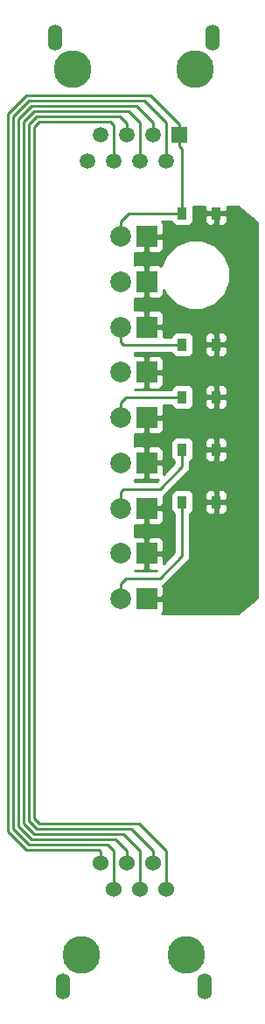
<source format=gtl>
G04 #@! TF.FileFunction,Copper,L1,Top,Signal*
%FSLAX46Y46*%
G04 Gerber Fmt 4.6, Leading zero omitted, Abs format (unit mm)*
G04 Created by KiCad (PCBNEW 4.0.2+dfsg1-stable) date Sun 11 Mar 2018 02:31:19 PM MDT*
%MOMM*%
G01*
G04 APERTURE LIST*
%ADD10C,0.100000*%
%ADD11O,1.397000X2.540000*%
%ADD12C,3.649980*%
%ADD13R,1.501140X1.501140*%
%ADD14C,1.501140*%
%ADD15R,0.910000X1.220000*%
%ADD16C,1.524000*%
%ADD17R,2.000000X2.000000*%
%ADD18C,2.000000*%
%ADD19C,0.250000*%
%ADD20C,0.254000*%
G04 APERTURE END LIST*
D10*
D11*
X121920000Y-52832000D03*
D12*
X108361480Y-55880000D03*
X120230900Y-55880000D03*
D13*
X118745000Y-62230000D03*
D14*
X117475000Y-64770000D03*
X116205000Y-62230000D03*
X114935000Y-64770000D03*
X113665000Y-62230000D03*
X112395000Y-64770000D03*
X111125000Y-62230000D03*
X109855000Y-64770000D03*
D11*
X106680000Y-52832000D03*
D15*
X119015000Y-69850000D03*
X122285000Y-69850000D03*
X119015000Y-82550000D03*
X122285000Y-82550000D03*
X119015000Y-87630000D03*
X122285000Y-87630000D03*
X119015000Y-92710000D03*
X122285000Y-92710000D03*
X119015000Y-97790000D03*
X122285000Y-97790000D03*
D16*
X114919000Y-135255000D03*
X112379000Y-135255000D03*
X117459000Y-135255000D03*
X111109000Y-132715000D03*
X113649000Y-132715000D03*
X116189000Y-132715000D03*
D11*
X121158000Y-144653000D03*
X107442000Y-144653000D03*
D12*
X119380000Y-141605000D03*
X109220000Y-141605000D03*
D17*
X115570000Y-72085200D03*
D18*
X113030000Y-72085200D03*
D17*
X115570000Y-76466700D03*
D18*
X113030000Y-76466700D03*
D17*
X115570000Y-80848200D03*
D18*
X113030000Y-80848200D03*
D17*
X115570000Y-85229700D03*
D18*
X113030000Y-85229700D03*
D17*
X115570000Y-89611200D03*
D18*
X113030000Y-89611200D03*
D17*
X115570000Y-93992700D03*
D18*
X113030000Y-93992700D03*
D17*
X115570000Y-98374200D03*
D18*
X113030000Y-98374200D03*
D17*
X115570000Y-102755700D03*
D18*
X113030000Y-102755700D03*
D17*
X115570000Y-107137200D03*
D18*
X113030000Y-107137200D03*
D19*
X102108000Y-60198000D02*
X102108000Y-129667000D01*
X119015000Y-63643000D02*
X118745000Y-63373000D01*
X118745000Y-63373000D02*
X118745000Y-62230000D01*
X119015000Y-69850000D02*
X119015000Y-63643000D01*
X118745000Y-62230000D02*
X118745000Y-61229430D01*
X118745000Y-61229430D02*
X115935570Y-58420000D01*
X115935570Y-58420000D02*
X103886000Y-58420000D01*
X103886000Y-58420000D02*
X102108000Y-60198000D01*
X102108000Y-129667000D02*
X103886000Y-131445000D01*
X103886000Y-131445000D02*
X110916630Y-131445000D01*
X110916630Y-131445000D02*
X111109000Y-131637370D01*
X111109000Y-131637370D02*
X111109000Y-132715000D01*
X118745000Y-69580000D02*
X119015000Y-69850000D01*
X113792000Y-69850000D02*
X113030000Y-70612000D01*
X113030000Y-70612000D02*
X113030000Y-72085200D01*
X119015000Y-69850000D02*
X113792000Y-69850000D01*
X124460000Y-70866000D02*
X123444000Y-69850000D01*
X123444000Y-69850000D02*
X122285000Y-69850000D01*
X124460000Y-81080000D02*
X124460000Y-70866000D01*
X122285000Y-82550000D02*
X122990000Y-82550000D01*
X122990000Y-82550000D02*
X124460000Y-81080000D01*
X122285000Y-92710000D02*
X122285000Y-89662000D01*
X122285000Y-89662000D02*
X122285000Y-87630000D01*
X115570000Y-89611200D02*
X116820000Y-89611200D01*
X116820000Y-89611200D02*
X116870800Y-89662000D01*
X116870800Y-89662000D02*
X122285000Y-89662000D01*
X122285000Y-96930000D02*
X122285000Y-94488000D01*
X122285000Y-94488000D02*
X122285000Y-92710000D01*
X119888000Y-94488000D02*
X122285000Y-94488000D01*
X122285000Y-87630000D02*
X122285000Y-82550000D01*
X122285000Y-97790000D02*
X122285000Y-96930000D01*
X117348000Y-105664000D02*
X117348000Y-106609200D01*
X117348000Y-106609200D02*
X116820000Y-107137200D01*
X116820000Y-107137200D02*
X115570000Y-107137200D01*
X122285000Y-100727000D02*
X117348000Y-105664000D01*
X122285000Y-97790000D02*
X122285000Y-100727000D01*
X122285000Y-93869000D02*
X122285000Y-92710000D01*
X117348000Y-97028000D02*
X119888000Y-94488000D01*
X117348000Y-97846200D02*
X117348000Y-97028000D01*
X115570000Y-98374200D02*
X116820000Y-98374200D01*
X116820000Y-98374200D02*
X117348000Y-97846200D01*
X120954800Y-72085200D02*
X122285000Y-70755000D01*
X122285000Y-70755000D02*
X122285000Y-69850000D01*
X115570000Y-72085200D02*
X120954800Y-72085200D01*
X122285000Y-88535000D02*
X122285000Y-87630000D01*
X121488200Y-80848200D02*
X122285000Y-81645000D01*
X122285000Y-81645000D02*
X122285000Y-82550000D01*
X115570000Y-80848200D02*
X121488200Y-80848200D01*
X112014000Y-131191000D02*
X111760000Y-130937000D01*
X111760000Y-130937000D02*
X104140000Y-130937000D01*
X104140000Y-130937000D02*
X102616000Y-129413000D01*
X115316000Y-58928000D02*
X117475000Y-61087000D01*
X102616000Y-129413000D02*
X102616000Y-60452000D01*
X102616000Y-60452000D02*
X104140000Y-58928000D01*
X104140000Y-58928000D02*
X115316000Y-58928000D01*
X117475000Y-61087000D02*
X117475000Y-64770000D01*
X112379000Y-131556000D02*
X112014000Y-131191000D01*
X112014000Y-131191000D02*
X111817990Y-130994990D01*
X112379000Y-135255000D02*
X112379000Y-131556000D01*
X103124000Y-60706000D02*
X103124000Y-129159000D01*
X116205000Y-62230000D02*
X116205000Y-61087000D01*
X116205000Y-61087000D02*
X114554000Y-59436000D01*
X114554000Y-59436000D02*
X104394000Y-59436000D01*
X113649000Y-131556000D02*
X113649000Y-132715000D01*
X104394000Y-59436000D02*
X103124000Y-60706000D01*
X103124000Y-129159000D02*
X104394000Y-130429000D01*
X104394000Y-130429000D02*
X112522000Y-130429000D01*
X112522000Y-130429000D02*
X113649000Y-131556000D01*
X113284000Y-82550000D02*
X113030000Y-82296000D01*
X113030000Y-82296000D02*
X113030000Y-80848200D01*
X119015000Y-82550000D02*
X113284000Y-82550000D01*
X113538000Y-130175000D02*
X113284000Y-129921000D01*
X113284000Y-129921000D02*
X104648000Y-129921000D01*
X104648000Y-129921000D02*
X103632000Y-128905000D01*
X103632000Y-128905000D02*
X103632000Y-60960000D01*
X113792000Y-59944000D02*
X114935000Y-61087000D01*
X114935000Y-61087000D02*
X114935000Y-64770000D01*
X103632000Y-60960000D02*
X104648000Y-59944000D01*
X104648000Y-59944000D02*
X113792000Y-59944000D01*
X114919000Y-131556000D02*
X113538000Y-130175000D01*
X113538000Y-130175000D02*
X113341990Y-129978990D01*
X114919000Y-135255000D02*
X114919000Y-131556000D01*
X113665000Y-62230000D02*
X113665000Y-61168534D01*
X113665000Y-61168534D02*
X112948466Y-60452000D01*
X112948466Y-60452000D02*
X104902000Y-60452000D01*
X104902000Y-60452000D02*
X104140000Y-61214000D01*
X104140000Y-61214000D02*
X104140000Y-128651000D01*
X116189000Y-131556000D02*
X116189000Y-132715000D01*
X104140000Y-128651000D02*
X104902000Y-129413000D01*
X104902000Y-129413000D02*
X114046000Y-129413000D01*
X114046000Y-129413000D02*
X116189000Y-131556000D01*
X113538000Y-87630000D02*
X113030000Y-88138000D01*
X113030000Y-88138000D02*
X113030000Y-89611200D01*
X119015000Y-87630000D02*
X113538000Y-87630000D01*
X104648000Y-128397000D02*
X104648000Y-61468000D01*
X112395000Y-64770000D02*
X112395000Y-61341000D01*
X112395000Y-61341000D02*
X112014000Y-60960000D01*
X104648000Y-128397000D02*
X105156000Y-128905000D01*
X112014000Y-60960000D02*
X105156000Y-60960000D01*
X105156000Y-60960000D02*
X104648000Y-61468000D01*
X117459000Y-131556000D02*
X117459000Y-135255000D01*
X105156000Y-128905000D02*
X114808000Y-128905000D01*
X114808000Y-128905000D02*
X117459000Y-131556000D01*
X113284000Y-96520000D02*
X113030000Y-96774000D01*
X113030000Y-96774000D02*
X113030000Y-98374200D01*
X116840000Y-96520000D02*
X113284000Y-96520000D01*
X119015000Y-94345000D02*
X116840000Y-96520000D01*
X119015000Y-92710000D02*
X119015000Y-94345000D01*
X113538000Y-105156000D02*
X113030000Y-105664000D01*
X113030000Y-105664000D02*
X113030000Y-107137200D01*
X116840000Y-105156000D02*
X113538000Y-105156000D01*
X119015000Y-102981000D02*
X116840000Y-105156000D01*
X119015000Y-97790000D02*
X119015000Y-102981000D01*
D20*
G36*
X121195000Y-69564250D02*
X121353750Y-69723000D01*
X122158000Y-69723000D01*
X122158000Y-69703000D01*
X122412000Y-69703000D01*
X122412000Y-69723000D01*
X123216250Y-69723000D01*
X123375000Y-69564250D01*
X123375000Y-69215000D01*
X124415451Y-69215000D01*
X126290000Y-70714639D01*
X126290000Y-107085361D01*
X124415452Y-108585000D01*
X117020225Y-108585000D01*
X117108327Y-108496898D01*
X117205000Y-108263509D01*
X117205000Y-107422950D01*
X117046250Y-107264200D01*
X115697000Y-107264200D01*
X115697000Y-107284200D01*
X115443000Y-107284200D01*
X115443000Y-107264200D01*
X115423000Y-107264200D01*
X115423000Y-107010200D01*
X115443000Y-107010200D01*
X115443000Y-106990200D01*
X115697000Y-106990200D01*
X115697000Y-107010200D01*
X117046250Y-107010200D01*
X117205000Y-106851450D01*
X117205000Y-106010891D01*
X117139370Y-105852447D01*
X117377401Y-105693401D01*
X119552401Y-103518402D01*
X119717147Y-103271840D01*
X119717148Y-103271839D01*
X119775000Y-102981000D01*
X119775000Y-98958322D01*
X119921441Y-98864090D01*
X120066431Y-98651890D01*
X120117440Y-98400000D01*
X120117440Y-98075750D01*
X121195000Y-98075750D01*
X121195000Y-98526310D01*
X121291673Y-98759699D01*
X121470302Y-98938327D01*
X121703691Y-99035000D01*
X121999250Y-99035000D01*
X122158000Y-98876250D01*
X122158000Y-97917000D01*
X122412000Y-97917000D01*
X122412000Y-98876250D01*
X122570750Y-99035000D01*
X122866309Y-99035000D01*
X123099698Y-98938327D01*
X123278327Y-98759699D01*
X123375000Y-98526310D01*
X123375000Y-98075750D01*
X123216250Y-97917000D01*
X122412000Y-97917000D01*
X122158000Y-97917000D01*
X121353750Y-97917000D01*
X121195000Y-98075750D01*
X120117440Y-98075750D01*
X120117440Y-97180000D01*
X120093674Y-97053690D01*
X121195000Y-97053690D01*
X121195000Y-97504250D01*
X121353750Y-97663000D01*
X122158000Y-97663000D01*
X122158000Y-96703750D01*
X122412000Y-96703750D01*
X122412000Y-97663000D01*
X123216250Y-97663000D01*
X123375000Y-97504250D01*
X123375000Y-97053690D01*
X123278327Y-96820301D01*
X123099698Y-96641673D01*
X122866309Y-96545000D01*
X122570750Y-96545000D01*
X122412000Y-96703750D01*
X122158000Y-96703750D01*
X121999250Y-96545000D01*
X121703691Y-96545000D01*
X121470302Y-96641673D01*
X121291673Y-96820301D01*
X121195000Y-97053690D01*
X120093674Y-97053690D01*
X120073162Y-96944683D01*
X119934090Y-96728559D01*
X119721890Y-96583569D01*
X119470000Y-96532560D01*
X118560000Y-96532560D01*
X118324683Y-96576838D01*
X118108559Y-96715910D01*
X117963569Y-96928110D01*
X117912560Y-97180000D01*
X117912560Y-98400000D01*
X117956838Y-98635317D01*
X118095910Y-98851441D01*
X118255000Y-98960143D01*
X118255000Y-102666197D01*
X117205000Y-103716198D01*
X117205000Y-103041450D01*
X117046250Y-102882700D01*
X115697000Y-102882700D01*
X115697000Y-104231950D01*
X115855750Y-104390700D01*
X116530498Y-104390700D01*
X116525198Y-104396000D01*
X114427000Y-104396000D01*
X114427000Y-104383787D01*
X114443690Y-104390700D01*
X115284250Y-104390700D01*
X115443000Y-104231950D01*
X115443000Y-102882700D01*
X115423000Y-102882700D01*
X115423000Y-102628700D01*
X115443000Y-102628700D01*
X115443000Y-101279450D01*
X115697000Y-101279450D01*
X115697000Y-102628700D01*
X117046250Y-102628700D01*
X117205000Y-102469950D01*
X117205000Y-101629391D01*
X117108327Y-101396002D01*
X116929699Y-101217373D01*
X116696310Y-101120700D01*
X115855750Y-101120700D01*
X115697000Y-101279450D01*
X115443000Y-101279450D01*
X115284250Y-101120700D01*
X114443690Y-101120700D01*
X114427000Y-101127613D01*
X114427000Y-100002287D01*
X114443690Y-100009200D01*
X115284250Y-100009200D01*
X115443000Y-99850450D01*
X115443000Y-98501200D01*
X115697000Y-98501200D01*
X115697000Y-99850450D01*
X115855750Y-100009200D01*
X116696310Y-100009200D01*
X116929699Y-99912527D01*
X117108327Y-99733898D01*
X117205000Y-99500509D01*
X117205000Y-98659950D01*
X117046250Y-98501200D01*
X115697000Y-98501200D01*
X115443000Y-98501200D01*
X115423000Y-98501200D01*
X115423000Y-98247200D01*
X115443000Y-98247200D01*
X115443000Y-98227200D01*
X115697000Y-98227200D01*
X115697000Y-98247200D01*
X117046250Y-98247200D01*
X117205000Y-98088450D01*
X117205000Y-97247891D01*
X117180572Y-97188917D01*
X117377401Y-97057401D01*
X119552401Y-94882402D01*
X119717147Y-94635840D01*
X119717148Y-94635839D01*
X119775000Y-94345000D01*
X119775000Y-93878322D01*
X119921441Y-93784090D01*
X120066431Y-93571890D01*
X120117440Y-93320000D01*
X120117440Y-92995750D01*
X121195000Y-92995750D01*
X121195000Y-93446310D01*
X121291673Y-93679699D01*
X121470302Y-93858327D01*
X121703691Y-93955000D01*
X121999250Y-93955000D01*
X122158000Y-93796250D01*
X122158000Y-92837000D01*
X122412000Y-92837000D01*
X122412000Y-93796250D01*
X122570750Y-93955000D01*
X122866309Y-93955000D01*
X123099698Y-93858327D01*
X123278327Y-93679699D01*
X123375000Y-93446310D01*
X123375000Y-92995750D01*
X123216250Y-92837000D01*
X122412000Y-92837000D01*
X122158000Y-92837000D01*
X121353750Y-92837000D01*
X121195000Y-92995750D01*
X120117440Y-92995750D01*
X120117440Y-92100000D01*
X120093674Y-91973690D01*
X121195000Y-91973690D01*
X121195000Y-92424250D01*
X121353750Y-92583000D01*
X122158000Y-92583000D01*
X122158000Y-91623750D01*
X122412000Y-91623750D01*
X122412000Y-92583000D01*
X123216250Y-92583000D01*
X123375000Y-92424250D01*
X123375000Y-91973690D01*
X123278327Y-91740301D01*
X123099698Y-91561673D01*
X122866309Y-91465000D01*
X122570750Y-91465000D01*
X122412000Y-91623750D01*
X122158000Y-91623750D01*
X121999250Y-91465000D01*
X121703691Y-91465000D01*
X121470302Y-91561673D01*
X121291673Y-91740301D01*
X121195000Y-91973690D01*
X120093674Y-91973690D01*
X120073162Y-91864683D01*
X119934090Y-91648559D01*
X119721890Y-91503569D01*
X119470000Y-91452560D01*
X118560000Y-91452560D01*
X118324683Y-91496838D01*
X118108559Y-91635910D01*
X117963569Y-91848110D01*
X117912560Y-92100000D01*
X117912560Y-93320000D01*
X117956838Y-93555317D01*
X118095910Y-93771441D01*
X118255000Y-93880143D01*
X118255000Y-94030197D01*
X117205000Y-95080198D01*
X117205000Y-94278450D01*
X117046250Y-94119700D01*
X115697000Y-94119700D01*
X115697000Y-95468950D01*
X115855750Y-95627700D01*
X116657498Y-95627700D01*
X116525198Y-95760000D01*
X114427000Y-95760000D01*
X114427000Y-95620787D01*
X114443690Y-95627700D01*
X115284250Y-95627700D01*
X115443000Y-95468950D01*
X115443000Y-94119700D01*
X115423000Y-94119700D01*
X115423000Y-93865700D01*
X115443000Y-93865700D01*
X115443000Y-92516450D01*
X115697000Y-92516450D01*
X115697000Y-93865700D01*
X117046250Y-93865700D01*
X117205000Y-93706950D01*
X117205000Y-92866391D01*
X117108327Y-92633002D01*
X116929699Y-92454373D01*
X116696310Y-92357700D01*
X115855750Y-92357700D01*
X115697000Y-92516450D01*
X115443000Y-92516450D01*
X115284250Y-92357700D01*
X114443690Y-92357700D01*
X114427000Y-92364613D01*
X114427000Y-91239287D01*
X114443690Y-91246200D01*
X115284250Y-91246200D01*
X115443000Y-91087450D01*
X115443000Y-89738200D01*
X115697000Y-89738200D01*
X115697000Y-91087450D01*
X115855750Y-91246200D01*
X116696310Y-91246200D01*
X116929699Y-91149527D01*
X117108327Y-90970898D01*
X117205000Y-90737509D01*
X117205000Y-89896950D01*
X117046250Y-89738200D01*
X115697000Y-89738200D01*
X115443000Y-89738200D01*
X115423000Y-89738200D01*
X115423000Y-89484200D01*
X115443000Y-89484200D01*
X115443000Y-89464200D01*
X115697000Y-89464200D01*
X115697000Y-89484200D01*
X117046250Y-89484200D01*
X117205000Y-89325450D01*
X117205000Y-88484891D01*
X117165695Y-88390000D01*
X117940784Y-88390000D01*
X117956838Y-88475317D01*
X118095910Y-88691441D01*
X118308110Y-88836431D01*
X118560000Y-88887440D01*
X119470000Y-88887440D01*
X119705317Y-88843162D01*
X119921441Y-88704090D01*
X120066431Y-88491890D01*
X120117440Y-88240000D01*
X120117440Y-87915750D01*
X121195000Y-87915750D01*
X121195000Y-88366310D01*
X121291673Y-88599699D01*
X121470302Y-88778327D01*
X121703691Y-88875000D01*
X121999250Y-88875000D01*
X122158000Y-88716250D01*
X122158000Y-87757000D01*
X122412000Y-87757000D01*
X122412000Y-88716250D01*
X122570750Y-88875000D01*
X122866309Y-88875000D01*
X123099698Y-88778327D01*
X123278327Y-88599699D01*
X123375000Y-88366310D01*
X123375000Y-87915750D01*
X123216250Y-87757000D01*
X122412000Y-87757000D01*
X122158000Y-87757000D01*
X121353750Y-87757000D01*
X121195000Y-87915750D01*
X120117440Y-87915750D01*
X120117440Y-87020000D01*
X120093674Y-86893690D01*
X121195000Y-86893690D01*
X121195000Y-87344250D01*
X121353750Y-87503000D01*
X122158000Y-87503000D01*
X122158000Y-86543750D01*
X122412000Y-86543750D01*
X122412000Y-87503000D01*
X123216250Y-87503000D01*
X123375000Y-87344250D01*
X123375000Y-86893690D01*
X123278327Y-86660301D01*
X123099698Y-86481673D01*
X122866309Y-86385000D01*
X122570750Y-86385000D01*
X122412000Y-86543750D01*
X122158000Y-86543750D01*
X121999250Y-86385000D01*
X121703691Y-86385000D01*
X121470302Y-86481673D01*
X121291673Y-86660301D01*
X121195000Y-86893690D01*
X120093674Y-86893690D01*
X120073162Y-86784683D01*
X119934090Y-86568559D01*
X119721890Y-86423569D01*
X119470000Y-86372560D01*
X118560000Y-86372560D01*
X118324683Y-86416838D01*
X118108559Y-86555910D01*
X117963569Y-86768110D01*
X117942936Y-86870000D01*
X114427000Y-86870000D01*
X114427000Y-86857787D01*
X114443690Y-86864700D01*
X115284250Y-86864700D01*
X115443000Y-86705950D01*
X115443000Y-85356700D01*
X115697000Y-85356700D01*
X115697000Y-86705950D01*
X115855750Y-86864700D01*
X116696310Y-86864700D01*
X116929699Y-86768027D01*
X117108327Y-86589398D01*
X117205000Y-86356009D01*
X117205000Y-85515450D01*
X117046250Y-85356700D01*
X115697000Y-85356700D01*
X115443000Y-85356700D01*
X115423000Y-85356700D01*
X115423000Y-85102700D01*
X115443000Y-85102700D01*
X115443000Y-83753450D01*
X115697000Y-83753450D01*
X115697000Y-85102700D01*
X117046250Y-85102700D01*
X117205000Y-84943950D01*
X117205000Y-84103391D01*
X117108327Y-83870002D01*
X116929699Y-83691373D01*
X116696310Y-83594700D01*
X115855750Y-83594700D01*
X115697000Y-83753450D01*
X115443000Y-83753450D01*
X115284250Y-83594700D01*
X114443690Y-83594700D01*
X114427000Y-83601613D01*
X114427000Y-83310000D01*
X117940784Y-83310000D01*
X117956838Y-83395317D01*
X118095910Y-83611441D01*
X118308110Y-83756431D01*
X118560000Y-83807440D01*
X119470000Y-83807440D01*
X119705317Y-83763162D01*
X119921441Y-83624090D01*
X120066431Y-83411890D01*
X120117440Y-83160000D01*
X120117440Y-82835750D01*
X121195000Y-82835750D01*
X121195000Y-83286310D01*
X121291673Y-83519699D01*
X121470302Y-83698327D01*
X121703691Y-83795000D01*
X121999250Y-83795000D01*
X122158000Y-83636250D01*
X122158000Y-82677000D01*
X122412000Y-82677000D01*
X122412000Y-83636250D01*
X122570750Y-83795000D01*
X122866309Y-83795000D01*
X123099698Y-83698327D01*
X123278327Y-83519699D01*
X123375000Y-83286310D01*
X123375000Y-82835750D01*
X123216250Y-82677000D01*
X122412000Y-82677000D01*
X122158000Y-82677000D01*
X121353750Y-82677000D01*
X121195000Y-82835750D01*
X120117440Y-82835750D01*
X120117440Y-81940000D01*
X120093674Y-81813690D01*
X121195000Y-81813690D01*
X121195000Y-82264250D01*
X121353750Y-82423000D01*
X122158000Y-82423000D01*
X122158000Y-81463750D01*
X122412000Y-81463750D01*
X122412000Y-82423000D01*
X123216250Y-82423000D01*
X123375000Y-82264250D01*
X123375000Y-81813690D01*
X123278327Y-81580301D01*
X123099698Y-81401673D01*
X122866309Y-81305000D01*
X122570750Y-81305000D01*
X122412000Y-81463750D01*
X122158000Y-81463750D01*
X121999250Y-81305000D01*
X121703691Y-81305000D01*
X121470302Y-81401673D01*
X121291673Y-81580301D01*
X121195000Y-81813690D01*
X120093674Y-81813690D01*
X120073162Y-81704683D01*
X119934090Y-81488559D01*
X119721890Y-81343569D01*
X119470000Y-81292560D01*
X118560000Y-81292560D01*
X118324683Y-81336838D01*
X118108559Y-81475910D01*
X117963569Y-81688110D01*
X117942936Y-81790000D01*
X117205000Y-81790000D01*
X117205000Y-81133950D01*
X117046250Y-80975200D01*
X115697000Y-80975200D01*
X115697000Y-80995200D01*
X115443000Y-80995200D01*
X115443000Y-80975200D01*
X115423000Y-80975200D01*
X115423000Y-80721200D01*
X115443000Y-80721200D01*
X115443000Y-79371950D01*
X115697000Y-79371950D01*
X115697000Y-80721200D01*
X117046250Y-80721200D01*
X117205000Y-80562450D01*
X117205000Y-79721891D01*
X117108327Y-79488502D01*
X116929699Y-79309873D01*
X116696310Y-79213200D01*
X115855750Y-79213200D01*
X115697000Y-79371950D01*
X115443000Y-79371950D01*
X115284250Y-79213200D01*
X114443690Y-79213200D01*
X114427000Y-79220113D01*
X114427000Y-78094787D01*
X114443690Y-78101700D01*
X115284250Y-78101700D01*
X115443000Y-77942950D01*
X115443000Y-76593700D01*
X115423000Y-76593700D01*
X115423000Y-76339700D01*
X115443000Y-76339700D01*
X115443000Y-74990450D01*
X115697000Y-74990450D01*
X115697000Y-76339700D01*
X115717000Y-76339700D01*
X115717000Y-76593700D01*
X115697000Y-76593700D01*
X115697000Y-77942950D01*
X115855750Y-78101700D01*
X116696310Y-78101700D01*
X116929699Y-78005027D01*
X117108327Y-77826398D01*
X117205000Y-77593009D01*
X117205000Y-77206190D01*
X117423063Y-77733943D01*
X118374448Y-78686990D01*
X119618128Y-79203411D01*
X120964764Y-79204586D01*
X122209343Y-78690337D01*
X123162390Y-77738952D01*
X123678811Y-76495272D01*
X123679986Y-75148636D01*
X123165737Y-73904057D01*
X122214352Y-72951010D01*
X120970672Y-72434589D01*
X119624036Y-72433414D01*
X118379457Y-72947663D01*
X117426410Y-73899048D01*
X116978665Y-74977339D01*
X116929699Y-74928373D01*
X116696310Y-74831700D01*
X115855750Y-74831700D01*
X115697000Y-74990450D01*
X115443000Y-74990450D01*
X115284250Y-74831700D01*
X114443690Y-74831700D01*
X114427000Y-74838613D01*
X114427000Y-73713287D01*
X114443690Y-73720200D01*
X115284250Y-73720200D01*
X115443000Y-73561450D01*
X115443000Y-72212200D01*
X115697000Y-72212200D01*
X115697000Y-73561450D01*
X115855750Y-73720200D01*
X116696310Y-73720200D01*
X116929699Y-73623527D01*
X117108327Y-73444898D01*
X117205000Y-73211509D01*
X117205000Y-72370950D01*
X117046250Y-72212200D01*
X115697000Y-72212200D01*
X115443000Y-72212200D01*
X115423000Y-72212200D01*
X115423000Y-71958200D01*
X115443000Y-71958200D01*
X115443000Y-71938200D01*
X115697000Y-71938200D01*
X115697000Y-71958200D01*
X117046250Y-71958200D01*
X117205000Y-71799450D01*
X117205000Y-70958891D01*
X117108327Y-70725502D01*
X116992826Y-70610000D01*
X117940784Y-70610000D01*
X117956838Y-70695317D01*
X118095910Y-70911441D01*
X118308110Y-71056431D01*
X118560000Y-71107440D01*
X119470000Y-71107440D01*
X119705317Y-71063162D01*
X119921441Y-70924090D01*
X120066431Y-70711890D01*
X120117440Y-70460000D01*
X120117440Y-70135750D01*
X121195000Y-70135750D01*
X121195000Y-70586310D01*
X121291673Y-70819699D01*
X121470302Y-70998327D01*
X121703691Y-71095000D01*
X121999250Y-71095000D01*
X122158000Y-70936250D01*
X122158000Y-69977000D01*
X122412000Y-69977000D01*
X122412000Y-70936250D01*
X122570750Y-71095000D01*
X122866309Y-71095000D01*
X123099698Y-70998327D01*
X123278327Y-70819699D01*
X123375000Y-70586310D01*
X123375000Y-70135750D01*
X123216250Y-69977000D01*
X122412000Y-69977000D01*
X122158000Y-69977000D01*
X121353750Y-69977000D01*
X121195000Y-70135750D01*
X120117440Y-70135750D01*
X120117440Y-69240000D01*
X120112736Y-69215000D01*
X121195000Y-69215000D01*
X121195000Y-69564250D01*
X121195000Y-69564250D01*
G37*
X121195000Y-69564250D02*
X121353750Y-69723000D01*
X122158000Y-69723000D01*
X122158000Y-69703000D01*
X122412000Y-69703000D01*
X122412000Y-69723000D01*
X123216250Y-69723000D01*
X123375000Y-69564250D01*
X123375000Y-69215000D01*
X124415451Y-69215000D01*
X126290000Y-70714639D01*
X126290000Y-107085361D01*
X124415452Y-108585000D01*
X117020225Y-108585000D01*
X117108327Y-108496898D01*
X117205000Y-108263509D01*
X117205000Y-107422950D01*
X117046250Y-107264200D01*
X115697000Y-107264200D01*
X115697000Y-107284200D01*
X115443000Y-107284200D01*
X115443000Y-107264200D01*
X115423000Y-107264200D01*
X115423000Y-107010200D01*
X115443000Y-107010200D01*
X115443000Y-106990200D01*
X115697000Y-106990200D01*
X115697000Y-107010200D01*
X117046250Y-107010200D01*
X117205000Y-106851450D01*
X117205000Y-106010891D01*
X117139370Y-105852447D01*
X117377401Y-105693401D01*
X119552401Y-103518402D01*
X119717147Y-103271840D01*
X119717148Y-103271839D01*
X119775000Y-102981000D01*
X119775000Y-98958322D01*
X119921441Y-98864090D01*
X120066431Y-98651890D01*
X120117440Y-98400000D01*
X120117440Y-98075750D01*
X121195000Y-98075750D01*
X121195000Y-98526310D01*
X121291673Y-98759699D01*
X121470302Y-98938327D01*
X121703691Y-99035000D01*
X121999250Y-99035000D01*
X122158000Y-98876250D01*
X122158000Y-97917000D01*
X122412000Y-97917000D01*
X122412000Y-98876250D01*
X122570750Y-99035000D01*
X122866309Y-99035000D01*
X123099698Y-98938327D01*
X123278327Y-98759699D01*
X123375000Y-98526310D01*
X123375000Y-98075750D01*
X123216250Y-97917000D01*
X122412000Y-97917000D01*
X122158000Y-97917000D01*
X121353750Y-97917000D01*
X121195000Y-98075750D01*
X120117440Y-98075750D01*
X120117440Y-97180000D01*
X120093674Y-97053690D01*
X121195000Y-97053690D01*
X121195000Y-97504250D01*
X121353750Y-97663000D01*
X122158000Y-97663000D01*
X122158000Y-96703750D01*
X122412000Y-96703750D01*
X122412000Y-97663000D01*
X123216250Y-97663000D01*
X123375000Y-97504250D01*
X123375000Y-97053690D01*
X123278327Y-96820301D01*
X123099698Y-96641673D01*
X122866309Y-96545000D01*
X122570750Y-96545000D01*
X122412000Y-96703750D01*
X122158000Y-96703750D01*
X121999250Y-96545000D01*
X121703691Y-96545000D01*
X121470302Y-96641673D01*
X121291673Y-96820301D01*
X121195000Y-97053690D01*
X120093674Y-97053690D01*
X120073162Y-96944683D01*
X119934090Y-96728559D01*
X119721890Y-96583569D01*
X119470000Y-96532560D01*
X118560000Y-96532560D01*
X118324683Y-96576838D01*
X118108559Y-96715910D01*
X117963569Y-96928110D01*
X117912560Y-97180000D01*
X117912560Y-98400000D01*
X117956838Y-98635317D01*
X118095910Y-98851441D01*
X118255000Y-98960143D01*
X118255000Y-102666197D01*
X117205000Y-103716198D01*
X117205000Y-103041450D01*
X117046250Y-102882700D01*
X115697000Y-102882700D01*
X115697000Y-104231950D01*
X115855750Y-104390700D01*
X116530498Y-104390700D01*
X116525198Y-104396000D01*
X114427000Y-104396000D01*
X114427000Y-104383787D01*
X114443690Y-104390700D01*
X115284250Y-104390700D01*
X115443000Y-104231950D01*
X115443000Y-102882700D01*
X115423000Y-102882700D01*
X115423000Y-102628700D01*
X115443000Y-102628700D01*
X115443000Y-101279450D01*
X115697000Y-101279450D01*
X115697000Y-102628700D01*
X117046250Y-102628700D01*
X117205000Y-102469950D01*
X117205000Y-101629391D01*
X117108327Y-101396002D01*
X116929699Y-101217373D01*
X116696310Y-101120700D01*
X115855750Y-101120700D01*
X115697000Y-101279450D01*
X115443000Y-101279450D01*
X115284250Y-101120700D01*
X114443690Y-101120700D01*
X114427000Y-101127613D01*
X114427000Y-100002287D01*
X114443690Y-100009200D01*
X115284250Y-100009200D01*
X115443000Y-99850450D01*
X115443000Y-98501200D01*
X115697000Y-98501200D01*
X115697000Y-99850450D01*
X115855750Y-100009200D01*
X116696310Y-100009200D01*
X116929699Y-99912527D01*
X117108327Y-99733898D01*
X117205000Y-99500509D01*
X117205000Y-98659950D01*
X117046250Y-98501200D01*
X115697000Y-98501200D01*
X115443000Y-98501200D01*
X115423000Y-98501200D01*
X115423000Y-98247200D01*
X115443000Y-98247200D01*
X115443000Y-98227200D01*
X115697000Y-98227200D01*
X115697000Y-98247200D01*
X117046250Y-98247200D01*
X117205000Y-98088450D01*
X117205000Y-97247891D01*
X117180572Y-97188917D01*
X117377401Y-97057401D01*
X119552401Y-94882402D01*
X119717147Y-94635840D01*
X119717148Y-94635839D01*
X119775000Y-94345000D01*
X119775000Y-93878322D01*
X119921441Y-93784090D01*
X120066431Y-93571890D01*
X120117440Y-93320000D01*
X120117440Y-92995750D01*
X121195000Y-92995750D01*
X121195000Y-93446310D01*
X121291673Y-93679699D01*
X121470302Y-93858327D01*
X121703691Y-93955000D01*
X121999250Y-93955000D01*
X122158000Y-93796250D01*
X122158000Y-92837000D01*
X122412000Y-92837000D01*
X122412000Y-93796250D01*
X122570750Y-93955000D01*
X122866309Y-93955000D01*
X123099698Y-93858327D01*
X123278327Y-93679699D01*
X123375000Y-93446310D01*
X123375000Y-92995750D01*
X123216250Y-92837000D01*
X122412000Y-92837000D01*
X122158000Y-92837000D01*
X121353750Y-92837000D01*
X121195000Y-92995750D01*
X120117440Y-92995750D01*
X120117440Y-92100000D01*
X120093674Y-91973690D01*
X121195000Y-91973690D01*
X121195000Y-92424250D01*
X121353750Y-92583000D01*
X122158000Y-92583000D01*
X122158000Y-91623750D01*
X122412000Y-91623750D01*
X122412000Y-92583000D01*
X123216250Y-92583000D01*
X123375000Y-92424250D01*
X123375000Y-91973690D01*
X123278327Y-91740301D01*
X123099698Y-91561673D01*
X122866309Y-91465000D01*
X122570750Y-91465000D01*
X122412000Y-91623750D01*
X122158000Y-91623750D01*
X121999250Y-91465000D01*
X121703691Y-91465000D01*
X121470302Y-91561673D01*
X121291673Y-91740301D01*
X121195000Y-91973690D01*
X120093674Y-91973690D01*
X120073162Y-91864683D01*
X119934090Y-91648559D01*
X119721890Y-91503569D01*
X119470000Y-91452560D01*
X118560000Y-91452560D01*
X118324683Y-91496838D01*
X118108559Y-91635910D01*
X117963569Y-91848110D01*
X117912560Y-92100000D01*
X117912560Y-93320000D01*
X117956838Y-93555317D01*
X118095910Y-93771441D01*
X118255000Y-93880143D01*
X118255000Y-94030197D01*
X117205000Y-95080198D01*
X117205000Y-94278450D01*
X117046250Y-94119700D01*
X115697000Y-94119700D01*
X115697000Y-95468950D01*
X115855750Y-95627700D01*
X116657498Y-95627700D01*
X116525198Y-95760000D01*
X114427000Y-95760000D01*
X114427000Y-95620787D01*
X114443690Y-95627700D01*
X115284250Y-95627700D01*
X115443000Y-95468950D01*
X115443000Y-94119700D01*
X115423000Y-94119700D01*
X115423000Y-93865700D01*
X115443000Y-93865700D01*
X115443000Y-92516450D01*
X115697000Y-92516450D01*
X115697000Y-93865700D01*
X117046250Y-93865700D01*
X117205000Y-93706950D01*
X117205000Y-92866391D01*
X117108327Y-92633002D01*
X116929699Y-92454373D01*
X116696310Y-92357700D01*
X115855750Y-92357700D01*
X115697000Y-92516450D01*
X115443000Y-92516450D01*
X115284250Y-92357700D01*
X114443690Y-92357700D01*
X114427000Y-92364613D01*
X114427000Y-91239287D01*
X114443690Y-91246200D01*
X115284250Y-91246200D01*
X115443000Y-91087450D01*
X115443000Y-89738200D01*
X115697000Y-89738200D01*
X115697000Y-91087450D01*
X115855750Y-91246200D01*
X116696310Y-91246200D01*
X116929699Y-91149527D01*
X117108327Y-90970898D01*
X117205000Y-90737509D01*
X117205000Y-89896950D01*
X117046250Y-89738200D01*
X115697000Y-89738200D01*
X115443000Y-89738200D01*
X115423000Y-89738200D01*
X115423000Y-89484200D01*
X115443000Y-89484200D01*
X115443000Y-89464200D01*
X115697000Y-89464200D01*
X115697000Y-89484200D01*
X117046250Y-89484200D01*
X117205000Y-89325450D01*
X117205000Y-88484891D01*
X117165695Y-88390000D01*
X117940784Y-88390000D01*
X117956838Y-88475317D01*
X118095910Y-88691441D01*
X118308110Y-88836431D01*
X118560000Y-88887440D01*
X119470000Y-88887440D01*
X119705317Y-88843162D01*
X119921441Y-88704090D01*
X120066431Y-88491890D01*
X120117440Y-88240000D01*
X120117440Y-87915750D01*
X121195000Y-87915750D01*
X121195000Y-88366310D01*
X121291673Y-88599699D01*
X121470302Y-88778327D01*
X121703691Y-88875000D01*
X121999250Y-88875000D01*
X122158000Y-88716250D01*
X122158000Y-87757000D01*
X122412000Y-87757000D01*
X122412000Y-88716250D01*
X122570750Y-88875000D01*
X122866309Y-88875000D01*
X123099698Y-88778327D01*
X123278327Y-88599699D01*
X123375000Y-88366310D01*
X123375000Y-87915750D01*
X123216250Y-87757000D01*
X122412000Y-87757000D01*
X122158000Y-87757000D01*
X121353750Y-87757000D01*
X121195000Y-87915750D01*
X120117440Y-87915750D01*
X120117440Y-87020000D01*
X120093674Y-86893690D01*
X121195000Y-86893690D01*
X121195000Y-87344250D01*
X121353750Y-87503000D01*
X122158000Y-87503000D01*
X122158000Y-86543750D01*
X122412000Y-86543750D01*
X122412000Y-87503000D01*
X123216250Y-87503000D01*
X123375000Y-87344250D01*
X123375000Y-86893690D01*
X123278327Y-86660301D01*
X123099698Y-86481673D01*
X122866309Y-86385000D01*
X122570750Y-86385000D01*
X122412000Y-86543750D01*
X122158000Y-86543750D01*
X121999250Y-86385000D01*
X121703691Y-86385000D01*
X121470302Y-86481673D01*
X121291673Y-86660301D01*
X121195000Y-86893690D01*
X120093674Y-86893690D01*
X120073162Y-86784683D01*
X119934090Y-86568559D01*
X119721890Y-86423569D01*
X119470000Y-86372560D01*
X118560000Y-86372560D01*
X118324683Y-86416838D01*
X118108559Y-86555910D01*
X117963569Y-86768110D01*
X117942936Y-86870000D01*
X114427000Y-86870000D01*
X114427000Y-86857787D01*
X114443690Y-86864700D01*
X115284250Y-86864700D01*
X115443000Y-86705950D01*
X115443000Y-85356700D01*
X115697000Y-85356700D01*
X115697000Y-86705950D01*
X115855750Y-86864700D01*
X116696310Y-86864700D01*
X116929699Y-86768027D01*
X117108327Y-86589398D01*
X117205000Y-86356009D01*
X117205000Y-85515450D01*
X117046250Y-85356700D01*
X115697000Y-85356700D01*
X115443000Y-85356700D01*
X115423000Y-85356700D01*
X115423000Y-85102700D01*
X115443000Y-85102700D01*
X115443000Y-83753450D01*
X115697000Y-83753450D01*
X115697000Y-85102700D01*
X117046250Y-85102700D01*
X117205000Y-84943950D01*
X117205000Y-84103391D01*
X117108327Y-83870002D01*
X116929699Y-83691373D01*
X116696310Y-83594700D01*
X115855750Y-83594700D01*
X115697000Y-83753450D01*
X115443000Y-83753450D01*
X115284250Y-83594700D01*
X114443690Y-83594700D01*
X114427000Y-83601613D01*
X114427000Y-83310000D01*
X117940784Y-83310000D01*
X117956838Y-83395317D01*
X118095910Y-83611441D01*
X118308110Y-83756431D01*
X118560000Y-83807440D01*
X119470000Y-83807440D01*
X119705317Y-83763162D01*
X119921441Y-83624090D01*
X120066431Y-83411890D01*
X120117440Y-83160000D01*
X120117440Y-82835750D01*
X121195000Y-82835750D01*
X121195000Y-83286310D01*
X121291673Y-83519699D01*
X121470302Y-83698327D01*
X121703691Y-83795000D01*
X121999250Y-83795000D01*
X122158000Y-83636250D01*
X122158000Y-82677000D01*
X122412000Y-82677000D01*
X122412000Y-83636250D01*
X122570750Y-83795000D01*
X122866309Y-83795000D01*
X123099698Y-83698327D01*
X123278327Y-83519699D01*
X123375000Y-83286310D01*
X123375000Y-82835750D01*
X123216250Y-82677000D01*
X122412000Y-82677000D01*
X122158000Y-82677000D01*
X121353750Y-82677000D01*
X121195000Y-82835750D01*
X120117440Y-82835750D01*
X120117440Y-81940000D01*
X120093674Y-81813690D01*
X121195000Y-81813690D01*
X121195000Y-82264250D01*
X121353750Y-82423000D01*
X122158000Y-82423000D01*
X122158000Y-81463750D01*
X122412000Y-81463750D01*
X122412000Y-82423000D01*
X123216250Y-82423000D01*
X123375000Y-82264250D01*
X123375000Y-81813690D01*
X123278327Y-81580301D01*
X123099698Y-81401673D01*
X122866309Y-81305000D01*
X122570750Y-81305000D01*
X122412000Y-81463750D01*
X122158000Y-81463750D01*
X121999250Y-81305000D01*
X121703691Y-81305000D01*
X121470302Y-81401673D01*
X121291673Y-81580301D01*
X121195000Y-81813690D01*
X120093674Y-81813690D01*
X120073162Y-81704683D01*
X119934090Y-81488559D01*
X119721890Y-81343569D01*
X119470000Y-81292560D01*
X118560000Y-81292560D01*
X118324683Y-81336838D01*
X118108559Y-81475910D01*
X117963569Y-81688110D01*
X117942936Y-81790000D01*
X117205000Y-81790000D01*
X117205000Y-81133950D01*
X117046250Y-80975200D01*
X115697000Y-80975200D01*
X115697000Y-80995200D01*
X115443000Y-80995200D01*
X115443000Y-80975200D01*
X115423000Y-80975200D01*
X115423000Y-80721200D01*
X115443000Y-80721200D01*
X115443000Y-79371950D01*
X115697000Y-79371950D01*
X115697000Y-80721200D01*
X117046250Y-80721200D01*
X117205000Y-80562450D01*
X117205000Y-79721891D01*
X117108327Y-79488502D01*
X116929699Y-79309873D01*
X116696310Y-79213200D01*
X115855750Y-79213200D01*
X115697000Y-79371950D01*
X115443000Y-79371950D01*
X115284250Y-79213200D01*
X114443690Y-79213200D01*
X114427000Y-79220113D01*
X114427000Y-78094787D01*
X114443690Y-78101700D01*
X115284250Y-78101700D01*
X115443000Y-77942950D01*
X115443000Y-76593700D01*
X115423000Y-76593700D01*
X115423000Y-76339700D01*
X115443000Y-76339700D01*
X115443000Y-74990450D01*
X115697000Y-74990450D01*
X115697000Y-76339700D01*
X115717000Y-76339700D01*
X115717000Y-76593700D01*
X115697000Y-76593700D01*
X115697000Y-77942950D01*
X115855750Y-78101700D01*
X116696310Y-78101700D01*
X116929699Y-78005027D01*
X117108327Y-77826398D01*
X117205000Y-77593009D01*
X117205000Y-77206190D01*
X117423063Y-77733943D01*
X118374448Y-78686990D01*
X119618128Y-79203411D01*
X120964764Y-79204586D01*
X122209343Y-78690337D01*
X123162390Y-77738952D01*
X123678811Y-76495272D01*
X123679986Y-75148636D01*
X123165737Y-73904057D01*
X122214352Y-72951010D01*
X120970672Y-72434589D01*
X119624036Y-72433414D01*
X118379457Y-72947663D01*
X117426410Y-73899048D01*
X116978665Y-74977339D01*
X116929699Y-74928373D01*
X116696310Y-74831700D01*
X115855750Y-74831700D01*
X115697000Y-74990450D01*
X115443000Y-74990450D01*
X115284250Y-74831700D01*
X114443690Y-74831700D01*
X114427000Y-74838613D01*
X114427000Y-73713287D01*
X114443690Y-73720200D01*
X115284250Y-73720200D01*
X115443000Y-73561450D01*
X115443000Y-72212200D01*
X115697000Y-72212200D01*
X115697000Y-73561450D01*
X115855750Y-73720200D01*
X116696310Y-73720200D01*
X116929699Y-73623527D01*
X117108327Y-73444898D01*
X117205000Y-73211509D01*
X117205000Y-72370950D01*
X117046250Y-72212200D01*
X115697000Y-72212200D01*
X115443000Y-72212200D01*
X115423000Y-72212200D01*
X115423000Y-71958200D01*
X115443000Y-71958200D01*
X115443000Y-71938200D01*
X115697000Y-71938200D01*
X115697000Y-71958200D01*
X117046250Y-71958200D01*
X117205000Y-71799450D01*
X117205000Y-70958891D01*
X117108327Y-70725502D01*
X116992826Y-70610000D01*
X117940784Y-70610000D01*
X117956838Y-70695317D01*
X118095910Y-70911441D01*
X118308110Y-71056431D01*
X118560000Y-71107440D01*
X119470000Y-71107440D01*
X119705317Y-71063162D01*
X119921441Y-70924090D01*
X120066431Y-70711890D01*
X120117440Y-70460000D01*
X120117440Y-70135750D01*
X121195000Y-70135750D01*
X121195000Y-70586310D01*
X121291673Y-70819699D01*
X121470302Y-70998327D01*
X121703691Y-71095000D01*
X121999250Y-71095000D01*
X122158000Y-70936250D01*
X122158000Y-69977000D01*
X122412000Y-69977000D01*
X122412000Y-70936250D01*
X122570750Y-71095000D01*
X122866309Y-71095000D01*
X123099698Y-70998327D01*
X123278327Y-70819699D01*
X123375000Y-70586310D01*
X123375000Y-70135750D01*
X123216250Y-69977000D01*
X122412000Y-69977000D01*
X122158000Y-69977000D01*
X121353750Y-69977000D01*
X121195000Y-70135750D01*
X120117440Y-70135750D01*
X120117440Y-69240000D01*
X120112736Y-69215000D01*
X121195000Y-69215000D01*
X121195000Y-69564250D01*
M02*

</source>
